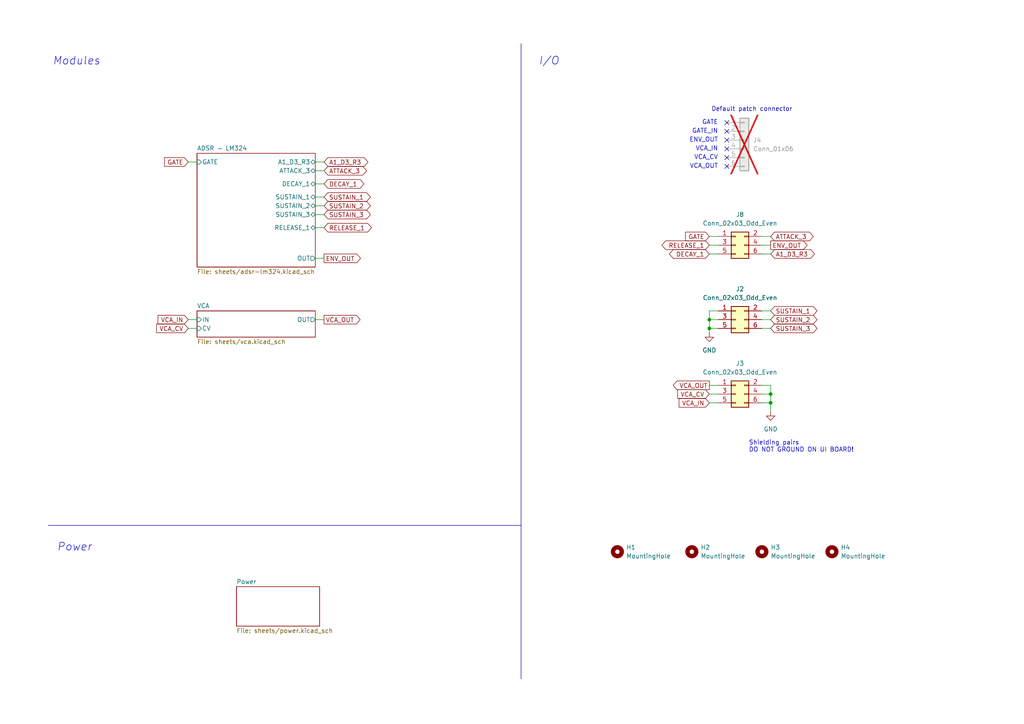
<source format=kicad_sch>
(kicad_sch (version 20250114) (generator "eeschema") (generator_version "9.0")
  (paper "A4")
  (title_block (title "ADSR + VCA") (date "2025-12-11") (company "Shmøergh"))
  (lib_symbols
    (symbol "Connector_Generic:Conn_01x06" (pin_names (offset 1.016) (hide yes))
      (property "Reference" "J" (at 0 7.62 0))
      (property "Value" "Conn_01x06" (at 0 -10.16 0))
      (symbol "Conn_01x06_1_1"
        (rectangle (start -1.27 6.35) (end 1.27 -8.89) (stroke (width 0.254)) (fill (type background)))
        (rectangle (start -1.27 5.207) (end 0 4.953) (stroke (width 0.1524)))
        (rectangle (start -1.27 2.667) (end 0 2.413) (stroke (width 0.1524)))
        (rectangle (start -1.27 0.127) (end 0 -0.127) (stroke (width 0.1524)))
        (rectangle (start -1.27 -2.413) (end 0 -2.667) (stroke (width 0.1524)))
        (rectangle (start -1.27 -4.953) (end 0 -5.207) (stroke (width 0.1524)))
        (rectangle (start -1.27 -7.493) (end 0 -7.747) (stroke (width 0.1524)))
        (pin passive line (at -5.08 5.08 0) (length 3.81) (name "Pin_1") (number "1"))
        (pin passive line (at -5.08 2.54 0) (length 3.81) (name "Pin_2") (number "2"))
        (pin passive line (at -5.08 0 0) (length 3.81) (name "Pin_3") (number "3"))
        (pin passive line (at -5.08 -2.54 0) (length 3.81) (name "Pin_4") (number "4"))
        (pin passive line (at -5.08 -5.08 0) (length 3.81) (name "Pin_5") (number "5"))
        (pin passive line (at -5.08 -7.62 0) (length 3.81) (name "Pin_6") (number "6"))
      )
    )
    (symbol "Connector_Generic:Conn_02x03_Odd_Even" (pin_names (offset 1.016) (hide yes))
      (property "Reference" "J" (at 1.27 5.08 0))
      (property "Value" "Conn_02x03_Odd_Even" (at 1.27 -5.08 0))
      (symbol "Conn_02x03_Odd_Even_1_1"
        (rectangle (start -1.27 3.81) (end 3.81 -3.81) (stroke (width 0.254)) (fill (type background)))
        (rectangle (start -1.27 2.667) (end 0 2.413) (stroke (width 0.1524)))
        (rectangle (start -1.27 0.127) (end 0 -0.127) (stroke (width 0.1524)))
        (rectangle (start -1.27 -2.413) (end 0 -2.667) (stroke (width 0.1524)))
        (rectangle (start 3.81 2.667) (end 2.54 2.413) (stroke (width 0.1524)))
        (rectangle (start 3.81 0.127) (end 2.54 -0.127) (stroke (width 0.1524)))
        (rectangle (start 3.81 -2.413) (end 2.54 -2.667) (stroke (width 0.1524)))
        (pin passive line (at -5.08 2.54 0) (length 3.81) (name "Pin_1") (number "1"))
        (pin passive line (at -5.08 0 0) (length 3.81) (name "Pin_3") (number "3"))
        (pin passive line (at -5.08 -2.54 0) (length 3.81) (name "Pin_5") (number "5"))
        (pin passive line (at 7.62 2.54 180) (length 3.81) (name "Pin_2") (number "2"))
        (pin passive line (at 7.62 0 180) (length 3.81) (name "Pin_4") (number "4"))
        (pin passive line (at 7.62 -2.54 180) (length 3.81) (name "Pin_6") (number "6"))
      )
    )
    (symbol "Mechanical:MountingHole" (pin_names (offset 1.016)) (in_bom no)
      (property "Reference" "H" (at 0 5.08 0))
      (property "Value" "MountingHole" (at 0 3.175 0))
      (symbol "MountingHole_0_1"
        (circle (center 0 0) (radius 1.27) (stroke (width 1.27)))
      )
    )
    (symbol "power:GND" (power) (pin_numbers (hide yes)) (pin_names (offset 0) (hide yes))
      (property "Value" "GND" (at 0 -3.81 0))
      (symbol "GND_0_1"
        (polyline (pts (xy 0 0) (xy 0 -1.27) (xy 1.27 -1.27) (xy 0 -2.54) (xy -1.27 -1.27) (xy 0 -1.27)))
      )
      (symbol "GND_1_1"
        (pin power_in line (at 0 0 270) (length 0) (name "~") (number "1"))
      )
    )
  )
  (text "Power" (at 16.51 158.75 0) (effects (font (size 2.27 2.27) (italic yes)) (justify left)))
  (text "ENV_OUT" (at 208.28 40.64 0) (effects (font (size 1.27 1.27)) (justify right)))
  (text "Default patch connector" (at 229.87 31.75 0) (effects (font (size 1.27 1.27)) (justify right)))
  (text "VCA_OUT" (at 208.28 48.26 0) (effects (font (size 1.27 1.27)) (justify right)))
  (text "GATE" (at 208.28 35.56 0) (effects (font (size 1.27 1.27)) (justify right)))
  (text "Shielding pairs\nDO NOT GROUND ON UI BOARD!" (at 217.17 129.54 0) (effects (font (size 1.27 1.27)) (justify left)))
  (text "VCA_CV" (at 208.28 45.72 0) (effects (font (size 1.27 1.27)) (justify right)))
  (text "Modules" (at 15.24 17.78 0) (effects (font (size 2.27 2.27) (italic yes)) (justify left)))
  (text "GATE_IN" (at 208.28 38.1 0) (effects (font (size 1.27 1.27)) (justify right)))
  (text "I/O" (at 156.21 17.78 0) (effects (font (size 2.27 2.27) (italic yes)) (justify left)))
  (text "VCA_IN" (at 208.28 43.18 0) (effects (font (size 1.27 1.27)) (justify right)))
  (junction (at 223.52 114.3))
  (junction (at 205.74 92.71))
  (junction (at 205.74 95.25))
  (junction (at 223.52 116.84))
  (no_connect (at 210.82 38.1))
  (no_connect (at 210.82 35.56))
  (no_connect (at 210.82 43.18))
  (no_connect (at 210.82 45.72))
  (no_connect (at 210.82 48.26))
  (no_connect (at 210.82 40.64))
  (wire (pts (xy 54.61 92.71) (xy 57.15 92.71)))
  (wire (pts (xy 223.52 114.3) (xy 223.52 116.84)))
  (wire (pts (xy 91.44 92.71) (xy 93.98 92.71)))
  (wire (pts (xy 208.28 116.84) (xy 205.74 116.84)))
  (wire (pts (xy 220.98 71.12) (xy 223.52 71.12)))
  (wire (pts (xy 220.98 116.84) (xy 223.52 116.84)))
  (wire (pts (xy 54.61 46.99) (xy 57.15 46.99)))
  (wire (pts (xy 205.74 111.76) (xy 208.28 111.76)))
  (wire (pts (xy 205.74 92.71) (xy 208.28 92.71)))
  (wire (pts (xy 223.52 111.76) (xy 223.52 114.3)))
  (wire (pts (xy 208.28 95.25) (xy 205.74 95.25)))
  (wire (pts (xy 91.44 53.34) (xy 93.98 53.34)))
  (wire (pts (xy 208.28 71.12) (xy 205.74 71.12)))
  (wire (pts (xy 205.74 92.71) (xy 205.74 95.25)))
  (wire (pts (xy 220.98 73.66) (xy 223.52 73.66)))
  (wire (pts (xy 223.52 68.58) (xy 220.98 68.58)))
  (wire (pts (xy 220.98 92.71) (xy 223.52 92.71)))
  (wire (pts (xy 220.98 90.17) (xy 223.52 90.17)))
  (wire (pts (xy 220.98 114.3) (xy 223.52 114.3)))
  (wire (pts (xy 223.52 116.84) (xy 223.52 119.38)))
  (wire (pts (xy 220.98 111.76) (xy 223.52 111.76)))
  (wire (pts (xy 91.44 62.23) (xy 93.98 62.23)))
  (wire (pts (xy 205.74 95.25) (xy 205.74 96.52)))
  (wire (pts (xy 220.98 95.25) (xy 223.52 95.25)))
  (wire (pts (xy 91.44 74.93) (xy 93.98 74.93)))
  (wire (pts (xy 205.74 68.58) (xy 208.28 68.58)))
  (wire (pts (xy 91.44 66.04) (xy 93.98 66.04)))
  (polyline (pts (xy 151.13 12.7) (xy 151.13 196.85)))
  (wire (pts (xy 93.98 46.99) (xy 91.44 46.99)))
  (wire (pts (xy 91.44 59.69) (xy 93.98 59.69)))
  (wire (pts (xy 208.28 90.17) (xy 205.74 90.17)))
  (polyline (pts (xy 13.97 152.4) (xy 151.13 152.4)))
  (wire (pts (xy 54.61 95.25) (xy 57.15 95.25)))
  (wire (pts (xy 205.74 114.3) (xy 208.28 114.3)))
  (wire (pts (xy 91.44 57.15) (xy 93.98 57.15)))
  (wire (pts (xy 91.44 49.53) (xy 93.98 49.53)))
  (wire (pts (xy 205.74 90.17) (xy 205.74 92.71)))
  (wire (pts (xy 208.28 73.66) (xy 205.74 73.66)))
  (global_label "VCA_OUT" (shape output) (at 205.74 111.76 180) (property "Intersheetrefs" "${INTERSHEET_REFS}" (effects (hide yes))))
  (global_label "DECAY_1" (shape bidirectional) (at 205.74 73.66 180) (property "Intersheetrefs" "${INTERSHEET_REFS}" (effects (hide yes))))
  (global_label "SUSTAIN_3" (shape bidirectional) (at 93.98 62.23 0) (property "Intersheetrefs" "${INTERSHEET_REFS}" (effects (hide yes))))
  (global_label "SUSTAIN_3" (shape bidirectional) (at 223.52 95.25 0) (property "Intersheetrefs" "${INTERSHEET_REFS}" (effects (hide yes))))
  (global_label "SUSTAIN_2" (shape bidirectional) (at 93.98 59.69 0) (property "Intersheetrefs" "${INTERSHEET_REFS}" (effects (hide yes))))
  (global_label "ATTACK_3" (shape bidirectional) (at 93.98 49.53 0) (property "Intersheetrefs" "${INTERSHEET_REFS}" (effects (hide yes))))
  (global_label "SUSTAIN_1" (shape bidirectional) (at 93.98 57.15 0) (property "Intersheetrefs" "${INTERSHEET_REFS}" (effects (hide yes))))
  (global_label "ATTACK_3" (shape bidirectional) (at 223.52 68.58 0) (property "Intersheetrefs" "${INTERSHEET_REFS}" (effects (hide yes))))
  (global_label "SUSTAIN_2" (shape bidirectional) (at 223.52 92.71 0) (property "Intersheetrefs" "${INTERSHEET_REFS}" (effects (hide yes))))
  (global_label "RELEASE_1" (shape bidirectional) (at 93.98 66.04 0) (property "Intersheetrefs" "${INTERSHEET_REFS}" (effects (hide yes))))
  (global_label "A1_D3_R3" (shape bidirectional) (at 223.52 73.66 0) (property "Intersheetrefs" "${INTERSHEET_REFS}" (effects (hide yes))))
  (global_label "GATE" (shape input) (at 54.61 46.99 180) (property "Intersheetrefs" "${INTERSHEET_REFS}" (effects (hide yes))))
  (global_label "VCA_IN" (shape input) (at 205.74 116.84 180) (property "Intersheetrefs" "${INTERSHEET_REFS}" (effects (hide yes))))
  (global_label "DECAY_1" (shape bidirectional) (at 93.98 53.34 0) (property "Intersheetrefs" "${INTERSHEET_REFS}" (effects (hide yes))))
  (global_label "VCA_OUT" (shape output) (at 93.98 92.71 0) (property "Intersheetrefs" "${INTERSHEET_REFS}" (effects (hide yes))))
  (global_label "ENV_OUT" (shape output) (at 223.52 71.12 0) (property "Intersheetrefs" "${INTERSHEET_REFS}" (effects (hide yes))))
  (global_label "ENV_OUT" (shape output) (at 93.98 74.93 0) (property "Intersheetrefs" "${INTERSHEET_REFS}" (effects (hide yes))))
  (global_label "GATE" (shape input) (at 205.74 68.58 180) (property "Intersheetrefs" "${INTERSHEET_REFS}" (effects (hide yes))))
  (global_label "VCA_IN" (shape input) (at 54.61 92.71 180) (property "Intersheetrefs" "${INTERSHEET_REFS}" (effects (hide yes))))
  (global_label "A1_D3_R3" (shape bidirectional) (at 93.98 46.99 0) (property "Intersheetrefs" "${INTERSHEET_REFS}" (effects (hide yes))))
  (global_label "RELEASE_1" (shape bidirectional) (at 205.74 71.12 180) (property "Intersheetrefs" "${INTERSHEET_REFS}" (effects (hide yes))))
  (global_label "VCA_CV" (shape input) (at 54.61 95.25 180) (property "Intersheetrefs" "${INTERSHEET_REFS}" (effects (hide yes))))
  (global_label "VCA_CV" (shape input) (at 205.74 114.3 180) (property "Intersheetrefs" "${INTERSHEET_REFS}" (effects (hide yes))))
  (global_label "SUSTAIN_1" (shape bidirectional) (at 223.52 90.17 0) (property "Intersheetrefs" "${INTERSHEET_REFS}" (effects (hide yes))))
  (symbol (lib_id "power:GND") (at 223.52 119.38 0) (unit 1)
    (property "Reference" "#PWR02" (effects (hide yes)))
    (property "Value" "GND" (at 223.52 124.46 0))
    (property "Description" "Power symbol creates a global label with name \"GND\" , ground" (effects (hide yes)))
  )
  (symbol (lib_id "Mechanical:MountingHole") (at 200.66 160.02 0) (unit 1) (in_bom no)
    (property "Reference" "H2" (at 203.2 158.7499 0) (effects (justify left)))
    (property "Value" "MountingHole" (at 203.2 161.2899 0) (effects (justify left)))
    (property "Footprint" "MountingHole:MountingHole_3.2mm_M3_DIN965_Pad" (effects (hide yes)))
    (property "Description" "Mounting Hole without connection" (effects (hide yes)))
    (property "Vendor" "-" (effects (hide yes)))
  )
  (symbol (lib_id "Connector_Generic:Conn_02x03_Odd_Even") (at 213.36 114.3 0) (unit 1)
    (property "Reference" "J3" (at 214.63 105.41 0))
    (property "Value" "Conn_02x03_Odd_Even" (at 214.63 107.95 0))
    (property "Footprint" "Connector_PinHeader_2.54mm:PinHeader_2x03_P2.54mm_Vertical" (effects (hide yes)))
    (property "Description" "Generic connector, double row, 02x03, odd/even pin numbering scheme (row 1 odd numbers, row 2 even numbers), script generated (kicad-library-utils/schlib/autogen/connector/)" (effects (hide yes)))
    (property "Part URL" "https://mou.sr/4liCQlU" (effects (hide yes)))
    (property "Vendor" "Mouser" (effects (hide yes)))
    (property "CHECKED" "YES" (effects (hide yes)))
    (property "Mouser Part no." "200-TSW10307TD" (effects (hide yes)))
  )
  (symbol (lib_id "power:GND") (at 205.74 96.52 0) (unit 1)
    (property "Reference" "#PWR01" (effects (hide yes)))
    (property "Value" "GND" (at 205.74 101.6 0))
    (property "Description" "Power symbol creates a global label with name \"GND\" , ground" (effects (hide yes)))
  )
  (symbol (lib_id "Mechanical:MountingHole") (at 179.07 160.02 0) (unit 1) (in_bom no)
    (property "Reference" "H1" (at 181.61 158.7499 0) (effects (justify left)))
    (property "Value" "MountingHole" (at 181.61 161.2899 0) (effects (justify left)))
    (property "Footprint" "MountingHole:MountingHole_3.2mm_M3_DIN965_Pad" (effects (hide yes)))
    (property "Description" "Mounting Hole without connection" (effects (hide yes)))
    (property "Vendor" "-" (effects (hide yes)))
  )
  (symbol (lib_id "Connector_Generic:Conn_01x06") (at 215.9 40.64 0) (unit 1) (dnp yes)
    (property "Reference" "J4" (at 218.44 40.6399 0) (effects (justify left)))
    (property "Value" "Conn_01x06" (at 218.44 43.1799 0) (effects (justify left)))
    (property "Footprint" "Connector_PinSocket_2.54mm:PinSocket_1x06_P2.54mm_Vertical" (effects (hide yes)))
    (property "Description" "Generic connector, single row, 01x06, script generated (kicad-library-utils/schlib/autogen/connector/)" (effects (hide yes)))
    (property "Part URL" "https://mou.sr/4puxA0F" (effects (hide yes)))
    (property "Vendor" "Mouser" (effects (hide yes)))
    (property "Part no." "200-SSW10601TS" (effects (hide yes)))
    (property "CHECKED" "YES" (effects (hide yes)))
    (property "Mouser Part no." "200-SSW10601TMS" (effects (hide yes)))
  )
  (symbol (lib_id "Mechanical:MountingHole") (at 220.98 160.02 0) (unit 1) (in_bom no)
    (property "Reference" "H3" (at 223.52 158.7499 0) (effects (justify left)))
    (property "Value" "MountingHole" (at 223.52 161.2899 0) (effects (justify left)))
    (property "Footprint" "MountingHole:MountingHole_3.2mm_M3_DIN965_Pad" (effects (hide yes)))
    (property "Description" "Mounting Hole without connection" (effects (hide yes)))
    (property "Vendor" "-" (effects (hide yes)))
  )
  (symbol (lib_id "Mechanical:MountingHole") (at 241.3 160.02 0) (unit 1) (in_bom no)
    (property "Reference" "H4" (at 243.84 158.7499 0) (effects (justify left)))
    (property "Value" "MountingHole" (at 243.84 161.2899 0) (effects (justify left)))
    (property "Footprint" "MountingHole:MountingHole_3.2mm_M3_DIN965_Pad" (effects (hide yes)))
    (property "Description" "Mounting Hole without connection" (effects (hide yes)))
    (property "Vendor" "-" (effects (hide yes)))
  )
  (symbol (lib_id "Connector_Generic:Conn_02x03_Odd_Even") (at 213.36 92.71 0) (unit 1)
    (property "Reference" "J2" (at 214.63 83.82 0))
    (property "Value" "Conn_02x03_Odd_Even" (at 214.63 86.36 0))
    (property "Footprint" "Connector_PinHeader_2.54mm:PinHeader_2x03_P2.54mm_Vertical" (effects (hide yes)))
    (property "Description" "Generic connector, double row, 02x03, odd/even pin numbering scheme (row 1 odd numbers, row 2 even numbers), script generated (kicad-library-utils/schlib/autogen/connector/)" (effects (hide yes)))
    (property "Part URL" "https://mou.sr/4liCQlU" (effects (hide yes)))
    (property "Vendor" "Mouser" (effects (hide yes)))
    (property "CHECKED" "YES" (effects (hide yes)))
    (property "Mouser Part no." "200-TSW10307TD" (effects (hide yes)))
  )
  (symbol (lib_id "Connector_Generic:Conn_02x03_Odd_Even") (at 213.36 71.12 0) (unit 1)
    (property "Reference" "J8" (at 214.63 62.23 0))
    (property "Value" "Conn_02x03_Odd_Even" (at 214.63 64.77 0))
    (property "Footprint" "Connector_PinHeader_2.54mm:PinHeader_2x03_P2.54mm_Vertical" (effects (hide yes)))
    (property "Description" "Generic connector, double row, 02x03, odd/even pin numbering scheme (row 1 odd numbers, row 2 even numbers), script generated (kicad-library-utils/schlib/autogen/connector/)" (effects (hide yes)))
    (property "Part URL" "https://mou.sr/4liCQlU" (effects (hide yes)))
    (property "Vendor" "Mouser" (effects (hide yes)))
    (property "CHECKED" "YES" (effects (hide yes)))
    (property "Mouser Part no." "200-TSW10307TD" (effects (hide yes)))
  )
  (sheet (at 68.58 170.18) (size 24.13 11.43) (stroke (width 0.1524))
    (property "Sheetname" "Power" (at 68.58 169.4684 0) (effects (justify left bottom)))
    (property "Sheetfile" "sheets/power.kicad_sch" (at 68.58 182.1946 0) (effects (justify left top)))
  )
  (sheet (at 57.15 44.45) (size 34.29 33.02) (stroke (width 0.1524))
    (property "Sheetname" "ADSR — LM324" (at 57.15 43.7384 0) (effects (justify left bottom)))
    (property "Sheetfile" "sheets/adsr-lm324.kicad_sch" (at 57.15 78.0546 0) (effects (justify left top)))
    (pin "DECAY_1" bidirectional (at 91.44 53.34 0))
    (pin "GATE" input (at 57.15 46.99 180))
    (pin "OUT" output (at 91.44 74.93 0))
    (pin "RELEASE_1" bidirectional (at 91.44 66.04 0))
    (pin "SUSTAIN_1" bidirectional (at 91.44 57.15 0))
    (pin "SUSTAIN_2" bidirectional (at 91.44 59.69 0))
    (pin "SUSTAIN_3" bidirectional (at 91.44 62.23 0))
    (pin "ATTACK_3" bidirectional (at 91.44 49.53 0))
    (pin "A1_D3_R3" bidirectional (at 91.44 46.99 0))
  )
  (sheet (at 57.15 90.17) (size 34.29 7.62) (stroke (width 0.1524))
    (property "Sheetname" "VCA" (at 57.15 89.4584 0) (effects (justify left bottom)))
    (property "Sheetfile" "sheets/vca.kicad_sch" (at 57.15 98.3746 0) (effects (justify left top)))
    (pin "CV" input (at 57.15 95.25 180))
    (pin "IN" input (at 57.15 92.71 180))
    (pin "OUT" output (at 91.44 92.71 0))
  )
)
</source>
